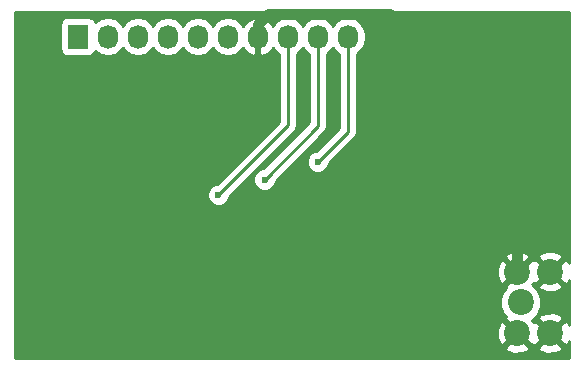
<source format=gbl>
G04 #@! TF.FileFunction,Copper,L2,Bot,Signal*
%FSLAX46Y46*%
G04 Gerber Fmt 4.6, Leading zero omitted, Abs format (unit mm)*
G04 Created by KiCad (PCBNEW 4.0.1-stable) date Tisdag 26 Januari 2016 09:48:20*
%MOMM*%
G01*
G04 APERTURE LIST*
%ADD10C,0.100000*%
%ADD11R,1.727200X2.032000*%
%ADD12O,1.727200X2.032000*%
%ADD13C,2.200000*%
%ADD14C,0.600000*%
%ADD15C,0.900000*%
%ADD16C,0.250000*%
%ADD17C,0.254000*%
G04 APERTURE END LIST*
D10*
D11*
X144000000Y-101300000D03*
D12*
X146540000Y-101300000D03*
X149080000Y-101300000D03*
X151620000Y-101300000D03*
X154160000Y-101300000D03*
X156700000Y-101300000D03*
X159240000Y-101300000D03*
X161780000Y-101300000D03*
X164320000Y-101300000D03*
X166860000Y-101300000D03*
D13*
X181500000Y-123800000D03*
X184000000Y-126400000D03*
X184000000Y-121200000D03*
X181200000Y-121200000D03*
X181200000Y-126400000D03*
D14*
X155900000Y-114700000D03*
X159800000Y-113400000D03*
X164300000Y-111900000D03*
D15*
X159240000Y-101300000D02*
X159240000Y-100260000D01*
X181200000Y-110200000D02*
X181200000Y-121200000D01*
X170400000Y-99400000D02*
X181200000Y-110200000D01*
X160100000Y-99400000D02*
X170400000Y-99400000D01*
X159240000Y-100260000D02*
X160100000Y-99400000D01*
D16*
X161780000Y-108820000D02*
X155900000Y-114700000D01*
X161780000Y-101300000D02*
X161780000Y-108820000D01*
X164320000Y-108880000D02*
X159800000Y-113400000D01*
X164320000Y-101300000D02*
X164320000Y-108880000D01*
X166860000Y-109340000D02*
X164300000Y-111900000D01*
X166860000Y-101300000D02*
X166860000Y-109340000D01*
D17*
G36*
X185590000Y-120477853D02*
X185502099Y-120265641D01*
X185224868Y-120154737D01*
X184179605Y-121200000D01*
X185224868Y-122245263D01*
X185502099Y-122134359D01*
X185590000Y-121900912D01*
X185590000Y-125677853D01*
X185502099Y-125465641D01*
X185224868Y-125354737D01*
X184179605Y-126400000D01*
X185224868Y-127445263D01*
X185502099Y-127334359D01*
X185590000Y-127100912D01*
X185590000Y-128490000D01*
X138710000Y-128490000D01*
X138710000Y-127624868D01*
X180154737Y-127624868D01*
X180265641Y-127902099D01*
X180911593Y-128145323D01*
X181601453Y-128122836D01*
X182134359Y-127902099D01*
X182245263Y-127624868D01*
X182954737Y-127624868D01*
X183065641Y-127902099D01*
X183711593Y-128145323D01*
X184401453Y-128122836D01*
X184934359Y-127902099D01*
X185045263Y-127624868D01*
X184000000Y-126579605D01*
X182954737Y-127624868D01*
X182245263Y-127624868D01*
X181200000Y-126579605D01*
X180154737Y-127624868D01*
X138710000Y-127624868D01*
X138710000Y-126111593D01*
X179454677Y-126111593D01*
X179477164Y-126801453D01*
X179697901Y-127334359D01*
X179975132Y-127445263D01*
X181020395Y-126400000D01*
X179975132Y-125354737D01*
X179697901Y-125465641D01*
X179454677Y-126111593D01*
X138710000Y-126111593D01*
X138710000Y-124143599D01*
X179764699Y-124143599D01*
X180028281Y-124781515D01*
X180230973Y-124984561D01*
X180154737Y-125175132D01*
X181200000Y-126220395D01*
X181214143Y-126206253D01*
X181393748Y-126385858D01*
X181379605Y-126400000D01*
X182424868Y-127445263D01*
X182600000Y-127375203D01*
X182775132Y-127445263D01*
X183820395Y-126400000D01*
X182775132Y-125354737D01*
X182600000Y-125424797D01*
X182424870Y-125354738D01*
X182538910Y-125240698D01*
X182525762Y-125227550D01*
X182578271Y-125175132D01*
X182954737Y-125175132D01*
X184000000Y-126220395D01*
X185045263Y-125175132D01*
X184934359Y-124897901D01*
X184288407Y-124654677D01*
X183598547Y-124677164D01*
X183065641Y-124897901D01*
X182954737Y-125175132D01*
X182578271Y-125175132D01*
X182970004Y-124784082D01*
X183234699Y-124146627D01*
X183235301Y-123456401D01*
X182971719Y-122818485D01*
X182578789Y-122424868D01*
X182954737Y-122424868D01*
X183065641Y-122702099D01*
X183711593Y-122945323D01*
X184401453Y-122922836D01*
X184934359Y-122702099D01*
X185045263Y-122424868D01*
X184000000Y-121379605D01*
X182954737Y-122424868D01*
X182578789Y-122424868D01*
X182526112Y-122372100D01*
X182538910Y-122359302D01*
X182424870Y-122245262D01*
X182600000Y-122175203D01*
X182775132Y-122245263D01*
X183820395Y-121200000D01*
X182775132Y-120154737D01*
X182600000Y-120224797D01*
X182424868Y-120154737D01*
X181379605Y-121200000D01*
X181393748Y-121214143D01*
X181214143Y-121393748D01*
X181200000Y-121379605D01*
X180154737Y-122424868D01*
X180230931Y-122615333D01*
X180029996Y-122815918D01*
X179765301Y-123453373D01*
X179764699Y-124143599D01*
X138710000Y-124143599D01*
X138710000Y-120911593D01*
X179454677Y-120911593D01*
X179477164Y-121601453D01*
X179697901Y-122134359D01*
X179975132Y-122245263D01*
X181020395Y-121200000D01*
X179975132Y-120154737D01*
X179697901Y-120265641D01*
X179454677Y-120911593D01*
X138710000Y-120911593D01*
X138710000Y-119975132D01*
X180154737Y-119975132D01*
X181200000Y-121020395D01*
X182245263Y-119975132D01*
X182954737Y-119975132D01*
X184000000Y-121020395D01*
X185045263Y-119975132D01*
X184934359Y-119697901D01*
X184288407Y-119454677D01*
X183598547Y-119477164D01*
X183065641Y-119697901D01*
X182954737Y-119975132D01*
X182245263Y-119975132D01*
X182134359Y-119697901D01*
X181488407Y-119454677D01*
X180798547Y-119477164D01*
X180265641Y-119697901D01*
X180154737Y-119975132D01*
X138710000Y-119975132D01*
X138710000Y-114885167D01*
X154964838Y-114885167D01*
X155106883Y-115228943D01*
X155369673Y-115492192D01*
X155713201Y-115634838D01*
X156085167Y-115635162D01*
X156428943Y-115493117D01*
X156692192Y-115230327D01*
X156834838Y-114886799D01*
X156834879Y-114839923D01*
X162317401Y-109357401D01*
X162482148Y-109110839D01*
X162540000Y-108820000D01*
X162540000Y-102744648D01*
X162839670Y-102544415D01*
X163050000Y-102229634D01*
X163260330Y-102544415D01*
X163560000Y-102744648D01*
X163560000Y-108565198D01*
X159660320Y-112464878D01*
X159614833Y-112464838D01*
X159271057Y-112606883D01*
X159007808Y-112869673D01*
X158865162Y-113213201D01*
X158864838Y-113585167D01*
X159006883Y-113928943D01*
X159269673Y-114192192D01*
X159613201Y-114334838D01*
X159985167Y-114335162D01*
X160328943Y-114193117D01*
X160592192Y-113930327D01*
X160734838Y-113586799D01*
X160734879Y-113539923D01*
X164857401Y-109417401D01*
X165022148Y-109170840D01*
X165080000Y-108880000D01*
X165080000Y-102744648D01*
X165379670Y-102544415D01*
X165590000Y-102229634D01*
X165800330Y-102544415D01*
X166100000Y-102744648D01*
X166100000Y-109025198D01*
X164160320Y-110964878D01*
X164114833Y-110964838D01*
X163771057Y-111106883D01*
X163507808Y-111369673D01*
X163365162Y-111713201D01*
X163364838Y-112085167D01*
X163506883Y-112428943D01*
X163769673Y-112692192D01*
X164113201Y-112834838D01*
X164485167Y-112835162D01*
X164828943Y-112693117D01*
X165092192Y-112430327D01*
X165234838Y-112086799D01*
X165234879Y-112039923D01*
X167397401Y-109877401D01*
X167562148Y-109630839D01*
X167620000Y-109340000D01*
X167620000Y-102744648D01*
X167919670Y-102544415D01*
X168244526Y-102058234D01*
X168358600Y-101484745D01*
X168358600Y-101115255D01*
X168244526Y-100541766D01*
X167919670Y-100055585D01*
X167433489Y-99730729D01*
X166860000Y-99616655D01*
X166286511Y-99730729D01*
X165800330Y-100055585D01*
X165590000Y-100370366D01*
X165379670Y-100055585D01*
X164893489Y-99730729D01*
X164320000Y-99616655D01*
X163746511Y-99730729D01*
X163260330Y-100055585D01*
X163050000Y-100370366D01*
X162839670Y-100055585D01*
X162353489Y-99730729D01*
X161780000Y-99616655D01*
X161206511Y-99730729D01*
X160720330Y-100055585D01*
X160513539Y-100365069D01*
X160142036Y-99949268D01*
X159614791Y-99695291D01*
X159599026Y-99692642D01*
X159367000Y-99813783D01*
X159367000Y-101173000D01*
X159387000Y-101173000D01*
X159387000Y-101427000D01*
X159367000Y-101427000D01*
X159367000Y-102786217D01*
X159599026Y-102907358D01*
X159614791Y-102904709D01*
X160142036Y-102650732D01*
X160513539Y-102234931D01*
X160720330Y-102544415D01*
X161020000Y-102744648D01*
X161020000Y-108505198D01*
X155760320Y-113764878D01*
X155714833Y-113764838D01*
X155371057Y-113906883D01*
X155107808Y-114169673D01*
X154965162Y-114513201D01*
X154964838Y-114885167D01*
X138710000Y-114885167D01*
X138710000Y-100284000D01*
X142488960Y-100284000D01*
X142488960Y-102316000D01*
X142533238Y-102551317D01*
X142672310Y-102767441D01*
X142884510Y-102912431D01*
X143136400Y-102963440D01*
X144863600Y-102963440D01*
X145098917Y-102919162D01*
X145315041Y-102780090D01*
X145460031Y-102567890D01*
X145468400Y-102526561D01*
X145480330Y-102544415D01*
X145966511Y-102869271D01*
X146540000Y-102983345D01*
X147113489Y-102869271D01*
X147599670Y-102544415D01*
X147810000Y-102229634D01*
X148020330Y-102544415D01*
X148506511Y-102869271D01*
X149080000Y-102983345D01*
X149653489Y-102869271D01*
X150139670Y-102544415D01*
X150350000Y-102229634D01*
X150560330Y-102544415D01*
X151046511Y-102869271D01*
X151620000Y-102983345D01*
X152193489Y-102869271D01*
X152679670Y-102544415D01*
X152890000Y-102229634D01*
X153100330Y-102544415D01*
X153586511Y-102869271D01*
X154160000Y-102983345D01*
X154733489Y-102869271D01*
X155219670Y-102544415D01*
X155430000Y-102229634D01*
X155640330Y-102544415D01*
X156126511Y-102869271D01*
X156700000Y-102983345D01*
X157273489Y-102869271D01*
X157759670Y-102544415D01*
X157966461Y-102234931D01*
X158337964Y-102650732D01*
X158865209Y-102904709D01*
X158880974Y-102907358D01*
X159113000Y-102786217D01*
X159113000Y-101427000D01*
X159093000Y-101427000D01*
X159093000Y-101173000D01*
X159113000Y-101173000D01*
X159113000Y-99813783D01*
X158880974Y-99692642D01*
X158865209Y-99695291D01*
X158337964Y-99949268D01*
X157966461Y-100365069D01*
X157759670Y-100055585D01*
X157273489Y-99730729D01*
X156700000Y-99616655D01*
X156126511Y-99730729D01*
X155640330Y-100055585D01*
X155430000Y-100370366D01*
X155219670Y-100055585D01*
X154733489Y-99730729D01*
X154160000Y-99616655D01*
X153586511Y-99730729D01*
X153100330Y-100055585D01*
X152890000Y-100370366D01*
X152679670Y-100055585D01*
X152193489Y-99730729D01*
X151620000Y-99616655D01*
X151046511Y-99730729D01*
X150560330Y-100055585D01*
X150350000Y-100370366D01*
X150139670Y-100055585D01*
X149653489Y-99730729D01*
X149080000Y-99616655D01*
X148506511Y-99730729D01*
X148020330Y-100055585D01*
X147810000Y-100370366D01*
X147599670Y-100055585D01*
X147113489Y-99730729D01*
X146540000Y-99616655D01*
X145966511Y-99730729D01*
X145480330Y-100055585D01*
X145470757Y-100069913D01*
X145466762Y-100048683D01*
X145327690Y-99832559D01*
X145115490Y-99687569D01*
X144863600Y-99636560D01*
X143136400Y-99636560D01*
X142901083Y-99680838D01*
X142684959Y-99819910D01*
X142539969Y-100032110D01*
X142488960Y-100284000D01*
X138710000Y-100284000D01*
X138710000Y-99210000D01*
X185590000Y-99210000D01*
X185590000Y-120477853D01*
X185590000Y-120477853D01*
G37*
X185590000Y-120477853D02*
X185502099Y-120265641D01*
X185224868Y-120154737D01*
X184179605Y-121200000D01*
X185224868Y-122245263D01*
X185502099Y-122134359D01*
X185590000Y-121900912D01*
X185590000Y-125677853D01*
X185502099Y-125465641D01*
X185224868Y-125354737D01*
X184179605Y-126400000D01*
X185224868Y-127445263D01*
X185502099Y-127334359D01*
X185590000Y-127100912D01*
X185590000Y-128490000D01*
X138710000Y-128490000D01*
X138710000Y-127624868D01*
X180154737Y-127624868D01*
X180265641Y-127902099D01*
X180911593Y-128145323D01*
X181601453Y-128122836D01*
X182134359Y-127902099D01*
X182245263Y-127624868D01*
X182954737Y-127624868D01*
X183065641Y-127902099D01*
X183711593Y-128145323D01*
X184401453Y-128122836D01*
X184934359Y-127902099D01*
X185045263Y-127624868D01*
X184000000Y-126579605D01*
X182954737Y-127624868D01*
X182245263Y-127624868D01*
X181200000Y-126579605D01*
X180154737Y-127624868D01*
X138710000Y-127624868D01*
X138710000Y-126111593D01*
X179454677Y-126111593D01*
X179477164Y-126801453D01*
X179697901Y-127334359D01*
X179975132Y-127445263D01*
X181020395Y-126400000D01*
X179975132Y-125354737D01*
X179697901Y-125465641D01*
X179454677Y-126111593D01*
X138710000Y-126111593D01*
X138710000Y-124143599D01*
X179764699Y-124143599D01*
X180028281Y-124781515D01*
X180230973Y-124984561D01*
X180154737Y-125175132D01*
X181200000Y-126220395D01*
X181214143Y-126206253D01*
X181393748Y-126385858D01*
X181379605Y-126400000D01*
X182424868Y-127445263D01*
X182600000Y-127375203D01*
X182775132Y-127445263D01*
X183820395Y-126400000D01*
X182775132Y-125354737D01*
X182600000Y-125424797D01*
X182424870Y-125354738D01*
X182538910Y-125240698D01*
X182525762Y-125227550D01*
X182578271Y-125175132D01*
X182954737Y-125175132D01*
X184000000Y-126220395D01*
X185045263Y-125175132D01*
X184934359Y-124897901D01*
X184288407Y-124654677D01*
X183598547Y-124677164D01*
X183065641Y-124897901D01*
X182954737Y-125175132D01*
X182578271Y-125175132D01*
X182970004Y-124784082D01*
X183234699Y-124146627D01*
X183235301Y-123456401D01*
X182971719Y-122818485D01*
X182578789Y-122424868D01*
X182954737Y-122424868D01*
X183065641Y-122702099D01*
X183711593Y-122945323D01*
X184401453Y-122922836D01*
X184934359Y-122702099D01*
X185045263Y-122424868D01*
X184000000Y-121379605D01*
X182954737Y-122424868D01*
X182578789Y-122424868D01*
X182526112Y-122372100D01*
X182538910Y-122359302D01*
X182424870Y-122245262D01*
X182600000Y-122175203D01*
X182775132Y-122245263D01*
X183820395Y-121200000D01*
X182775132Y-120154737D01*
X182600000Y-120224797D01*
X182424868Y-120154737D01*
X181379605Y-121200000D01*
X181393748Y-121214143D01*
X181214143Y-121393748D01*
X181200000Y-121379605D01*
X180154737Y-122424868D01*
X180230931Y-122615333D01*
X180029996Y-122815918D01*
X179765301Y-123453373D01*
X179764699Y-124143599D01*
X138710000Y-124143599D01*
X138710000Y-120911593D01*
X179454677Y-120911593D01*
X179477164Y-121601453D01*
X179697901Y-122134359D01*
X179975132Y-122245263D01*
X181020395Y-121200000D01*
X179975132Y-120154737D01*
X179697901Y-120265641D01*
X179454677Y-120911593D01*
X138710000Y-120911593D01*
X138710000Y-119975132D01*
X180154737Y-119975132D01*
X181200000Y-121020395D01*
X182245263Y-119975132D01*
X182954737Y-119975132D01*
X184000000Y-121020395D01*
X185045263Y-119975132D01*
X184934359Y-119697901D01*
X184288407Y-119454677D01*
X183598547Y-119477164D01*
X183065641Y-119697901D01*
X182954737Y-119975132D01*
X182245263Y-119975132D01*
X182134359Y-119697901D01*
X181488407Y-119454677D01*
X180798547Y-119477164D01*
X180265641Y-119697901D01*
X180154737Y-119975132D01*
X138710000Y-119975132D01*
X138710000Y-114885167D01*
X154964838Y-114885167D01*
X155106883Y-115228943D01*
X155369673Y-115492192D01*
X155713201Y-115634838D01*
X156085167Y-115635162D01*
X156428943Y-115493117D01*
X156692192Y-115230327D01*
X156834838Y-114886799D01*
X156834879Y-114839923D01*
X162317401Y-109357401D01*
X162482148Y-109110839D01*
X162540000Y-108820000D01*
X162540000Y-102744648D01*
X162839670Y-102544415D01*
X163050000Y-102229634D01*
X163260330Y-102544415D01*
X163560000Y-102744648D01*
X163560000Y-108565198D01*
X159660320Y-112464878D01*
X159614833Y-112464838D01*
X159271057Y-112606883D01*
X159007808Y-112869673D01*
X158865162Y-113213201D01*
X158864838Y-113585167D01*
X159006883Y-113928943D01*
X159269673Y-114192192D01*
X159613201Y-114334838D01*
X159985167Y-114335162D01*
X160328943Y-114193117D01*
X160592192Y-113930327D01*
X160734838Y-113586799D01*
X160734879Y-113539923D01*
X164857401Y-109417401D01*
X165022148Y-109170840D01*
X165080000Y-108880000D01*
X165080000Y-102744648D01*
X165379670Y-102544415D01*
X165590000Y-102229634D01*
X165800330Y-102544415D01*
X166100000Y-102744648D01*
X166100000Y-109025198D01*
X164160320Y-110964878D01*
X164114833Y-110964838D01*
X163771057Y-111106883D01*
X163507808Y-111369673D01*
X163365162Y-111713201D01*
X163364838Y-112085167D01*
X163506883Y-112428943D01*
X163769673Y-112692192D01*
X164113201Y-112834838D01*
X164485167Y-112835162D01*
X164828943Y-112693117D01*
X165092192Y-112430327D01*
X165234838Y-112086799D01*
X165234879Y-112039923D01*
X167397401Y-109877401D01*
X167562148Y-109630839D01*
X167620000Y-109340000D01*
X167620000Y-102744648D01*
X167919670Y-102544415D01*
X168244526Y-102058234D01*
X168358600Y-101484745D01*
X168358600Y-101115255D01*
X168244526Y-100541766D01*
X167919670Y-100055585D01*
X167433489Y-99730729D01*
X166860000Y-99616655D01*
X166286511Y-99730729D01*
X165800330Y-100055585D01*
X165590000Y-100370366D01*
X165379670Y-100055585D01*
X164893489Y-99730729D01*
X164320000Y-99616655D01*
X163746511Y-99730729D01*
X163260330Y-100055585D01*
X163050000Y-100370366D01*
X162839670Y-100055585D01*
X162353489Y-99730729D01*
X161780000Y-99616655D01*
X161206511Y-99730729D01*
X160720330Y-100055585D01*
X160513539Y-100365069D01*
X160142036Y-99949268D01*
X159614791Y-99695291D01*
X159599026Y-99692642D01*
X159367000Y-99813783D01*
X159367000Y-101173000D01*
X159387000Y-101173000D01*
X159387000Y-101427000D01*
X159367000Y-101427000D01*
X159367000Y-102786217D01*
X159599026Y-102907358D01*
X159614791Y-102904709D01*
X160142036Y-102650732D01*
X160513539Y-102234931D01*
X160720330Y-102544415D01*
X161020000Y-102744648D01*
X161020000Y-108505198D01*
X155760320Y-113764878D01*
X155714833Y-113764838D01*
X155371057Y-113906883D01*
X155107808Y-114169673D01*
X154965162Y-114513201D01*
X154964838Y-114885167D01*
X138710000Y-114885167D01*
X138710000Y-100284000D01*
X142488960Y-100284000D01*
X142488960Y-102316000D01*
X142533238Y-102551317D01*
X142672310Y-102767441D01*
X142884510Y-102912431D01*
X143136400Y-102963440D01*
X144863600Y-102963440D01*
X145098917Y-102919162D01*
X145315041Y-102780090D01*
X145460031Y-102567890D01*
X145468400Y-102526561D01*
X145480330Y-102544415D01*
X145966511Y-102869271D01*
X146540000Y-102983345D01*
X147113489Y-102869271D01*
X147599670Y-102544415D01*
X147810000Y-102229634D01*
X148020330Y-102544415D01*
X148506511Y-102869271D01*
X149080000Y-102983345D01*
X149653489Y-102869271D01*
X150139670Y-102544415D01*
X150350000Y-102229634D01*
X150560330Y-102544415D01*
X151046511Y-102869271D01*
X151620000Y-102983345D01*
X152193489Y-102869271D01*
X152679670Y-102544415D01*
X152890000Y-102229634D01*
X153100330Y-102544415D01*
X153586511Y-102869271D01*
X154160000Y-102983345D01*
X154733489Y-102869271D01*
X155219670Y-102544415D01*
X155430000Y-102229634D01*
X155640330Y-102544415D01*
X156126511Y-102869271D01*
X156700000Y-102983345D01*
X157273489Y-102869271D01*
X157759670Y-102544415D01*
X157966461Y-102234931D01*
X158337964Y-102650732D01*
X158865209Y-102904709D01*
X158880974Y-102907358D01*
X159113000Y-102786217D01*
X159113000Y-101427000D01*
X159093000Y-101427000D01*
X159093000Y-101173000D01*
X159113000Y-101173000D01*
X159113000Y-99813783D01*
X158880974Y-99692642D01*
X158865209Y-99695291D01*
X158337964Y-99949268D01*
X157966461Y-100365069D01*
X157759670Y-100055585D01*
X157273489Y-99730729D01*
X156700000Y-99616655D01*
X156126511Y-99730729D01*
X155640330Y-100055585D01*
X155430000Y-100370366D01*
X155219670Y-100055585D01*
X154733489Y-99730729D01*
X154160000Y-99616655D01*
X153586511Y-99730729D01*
X153100330Y-100055585D01*
X152890000Y-100370366D01*
X152679670Y-100055585D01*
X152193489Y-99730729D01*
X151620000Y-99616655D01*
X151046511Y-99730729D01*
X150560330Y-100055585D01*
X150350000Y-100370366D01*
X150139670Y-100055585D01*
X149653489Y-99730729D01*
X149080000Y-99616655D01*
X148506511Y-99730729D01*
X148020330Y-100055585D01*
X147810000Y-100370366D01*
X147599670Y-100055585D01*
X147113489Y-99730729D01*
X146540000Y-99616655D01*
X145966511Y-99730729D01*
X145480330Y-100055585D01*
X145470757Y-100069913D01*
X145466762Y-100048683D01*
X145327690Y-99832559D01*
X145115490Y-99687569D01*
X144863600Y-99636560D01*
X143136400Y-99636560D01*
X142901083Y-99680838D01*
X142684959Y-99819910D01*
X142539969Y-100032110D01*
X142488960Y-100284000D01*
X138710000Y-100284000D01*
X138710000Y-99210000D01*
X185590000Y-99210000D01*
X185590000Y-120477853D01*
M02*

</source>
